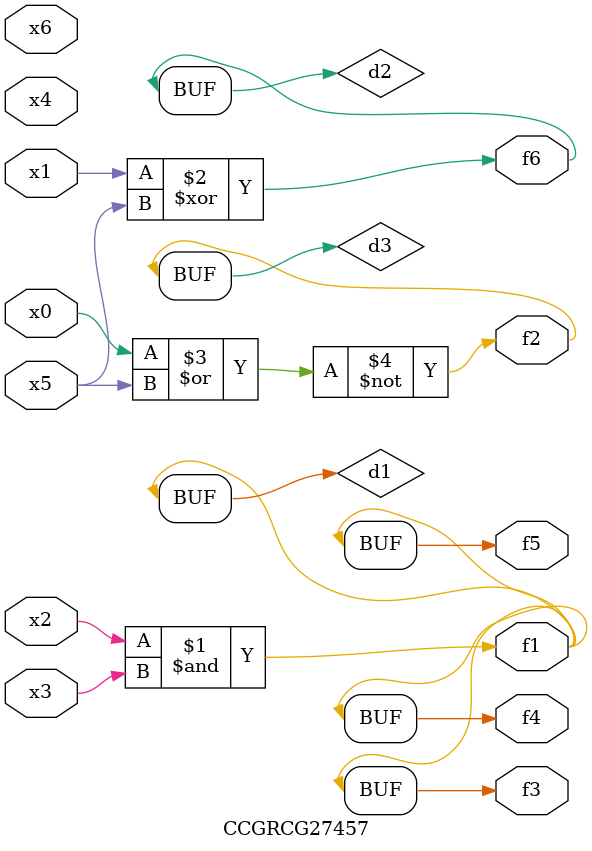
<source format=v>
module CCGRCG27457(
	input x0, x1, x2, x3, x4, x5, x6,
	output f1, f2, f3, f4, f5, f6
);

	wire d1, d2, d3;

	and (d1, x2, x3);
	xor (d2, x1, x5);
	nor (d3, x0, x5);
	assign f1 = d1;
	assign f2 = d3;
	assign f3 = d1;
	assign f4 = d1;
	assign f5 = d1;
	assign f6 = d2;
endmodule

</source>
